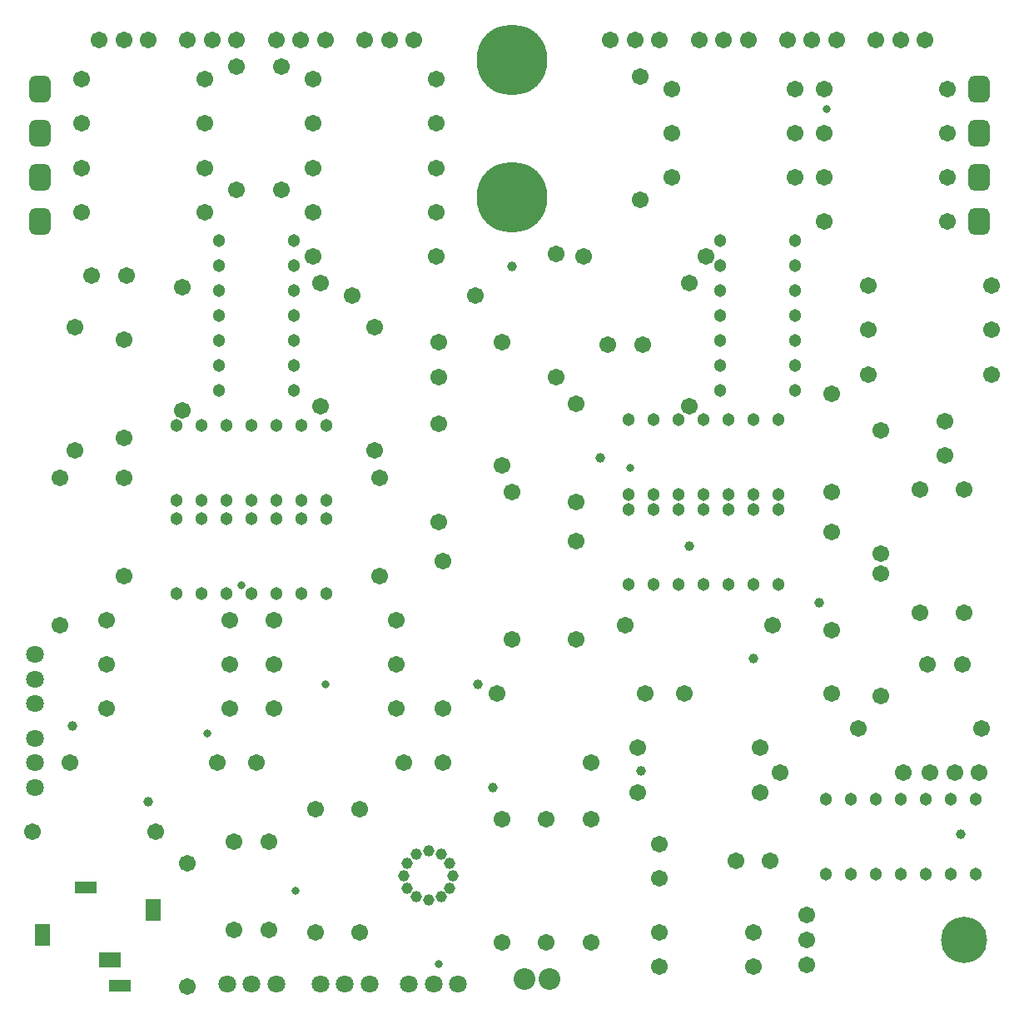
<source format=gts>
G04 Layer_Color=8388736*
%FSLAX25Y25*%
%MOIN*%
G70*
G01*
G75*
%ADD29C,0.06706*%
%ADD30C,0.05131*%
%ADD31C,0.04540*%
%ADD32C,0.28359*%
%ADD33C,0.18516*%
%ADD34C,0.07099*%
%ADD35C,0.08674*%
G04:AMPARAMS|DCode=36|XSize=86.74mil|YSize=106.42mil|CornerRadius=23.68mil|HoleSize=0mil|Usage=FLASHONLY|Rotation=0.000|XOffset=0mil|YOffset=0mil|HoleType=Round|Shape=RoundedRectangle|*
%AMROUNDEDRECTD36*
21,1,0.08674,0.05905,0,0,0.0*
21,1,0.03937,0.10642,0,0,0.0*
1,1,0.04737,0.01968,-0.02953*
1,1,0.04737,-0.01968,-0.02953*
1,1,0.04737,-0.01968,0.02953*
1,1,0.04737,0.01968,0.02953*
%
%ADD36ROUNDEDRECTD36*%
%ADD37R,0.05918X0.08674*%
%ADD38R,0.08674X0.04737*%
%ADD39R,0.08674X0.05918*%
%ADD40C,0.03162*%
%ADD41C,0.03950*%
D29*
X296260Y100394D02*
D03*
X247047D02*
D03*
X370079Y231299D02*
D03*
Y217520D02*
D03*
X384842Y108268D02*
D03*
X335630D02*
D03*
X377953Y203740D02*
D03*
Y154528D02*
D03*
X167323Y230315D02*
D03*
Y190945D02*
D03*
X222441Y238189D02*
D03*
Y198819D02*
D03*
X196850Y202756D02*
D03*
Y143701D02*
D03*
X143701Y208661D02*
D03*
Y169291D02*
D03*
X182087Y281496D02*
D03*
X132874D02*
D03*
X120079Y237205D02*
D03*
Y286417D02*
D03*
X293307Y26575D02*
D03*
Y12795D02*
D03*
X85630Y62992D02*
D03*
X99410D02*
D03*
X300197Y55118D02*
D03*
X286417D02*
D03*
X255906Y12795D02*
D03*
Y26575D02*
D03*
X376969Y133858D02*
D03*
X363189D02*
D03*
X85630Y27559D02*
D03*
X99410D02*
D03*
X255906Y62008D02*
D03*
Y48228D02*
D03*
X28543Y289370D02*
D03*
X42323D02*
D03*
X15748Y149606D02*
D03*
Y208661D02*
D03*
X41339Y224410D02*
D03*
Y263779D02*
D03*
X19685Y94488D02*
D03*
X78740D02*
D03*
X41339Y169291D02*
D03*
Y208661D02*
D03*
X169291Y175197D02*
D03*
Y116142D02*
D03*
X167323Y262795D02*
D03*
Y249016D02*
D03*
X94488Y94488D02*
D03*
X153543D02*
D03*
X242126Y149606D02*
D03*
X301181D02*
D03*
X235236Y261811D02*
D03*
X249016D02*
D03*
X265748Y122047D02*
D03*
X324803D02*
D03*
X222441Y143701D02*
D03*
Y183071D02*
D03*
X324803Y202756D02*
D03*
Y242126D02*
D03*
X228346Y94488D02*
D03*
X169291D02*
D03*
X190945Y122047D02*
D03*
X250000D02*
D03*
X324803Y147638D02*
D03*
Y187008D02*
D03*
X314961Y13622D02*
D03*
Y23622D02*
D03*
Y33622D02*
D03*
X247047Y82677D02*
D03*
X296260D02*
D03*
X135827Y26575D02*
D03*
Y75787D02*
D03*
X210630Y71850D02*
D03*
Y22638D02*
D03*
X4921Y66929D02*
D03*
X54134D02*
D03*
X192913Y22638D02*
D03*
Y71850D02*
D03*
X118110Y75787D02*
D03*
Y26575D02*
D03*
X353346Y90551D02*
D03*
X304134D02*
D03*
X66929Y4921D02*
D03*
Y54134D02*
D03*
X64961Y284842D02*
D03*
Y235630D02*
D03*
X73819Y350394D02*
D03*
X24606D02*
D03*
X83661Y151575D02*
D03*
X34449D02*
D03*
X117126Y368110D02*
D03*
X166339D02*
D03*
X21654Y268701D02*
D03*
Y219488D02*
D03*
X83661Y133858D02*
D03*
X34449D02*
D03*
Y116142D02*
D03*
X83661D02*
D03*
X73819Y368110D02*
D03*
X24606D02*
D03*
X24606Y314961D02*
D03*
X73819D02*
D03*
X117126Y350394D02*
D03*
X166339D02*
D03*
X24606Y332677D02*
D03*
X73819D02*
D03*
X86614Y323819D02*
D03*
Y373031D02*
D03*
X117126Y332677D02*
D03*
X166339D02*
D03*
X141732Y219488D02*
D03*
Y268701D02*
D03*
X150591Y116142D02*
D03*
X101378D02*
D03*
X150591Y133858D02*
D03*
X101378D02*
D03*
X150591Y151575D02*
D03*
X101378D02*
D03*
X104331Y323819D02*
D03*
Y373031D02*
D03*
X117126Y314961D02*
D03*
X166339D02*
D03*
Y297244D02*
D03*
X117126D02*
D03*
X267717Y237205D02*
D03*
Y286417D02*
D03*
X321850Y364173D02*
D03*
X371063D02*
D03*
X248031Y319882D02*
D03*
Y369094D02*
D03*
X344488Y227362D02*
D03*
Y178150D02*
D03*
X192913Y262795D02*
D03*
Y213583D02*
D03*
X344488Y170276D02*
D03*
Y121063D02*
D03*
X321850Y346457D02*
D03*
X371063D02*
D03*
X214567Y249016D02*
D03*
Y298228D02*
D03*
X310039Y328740D02*
D03*
X260827D02*
D03*
X274606Y297244D02*
D03*
X225394D02*
D03*
X339567Y250000D02*
D03*
X388779D02*
D03*
X321850Y328740D02*
D03*
X371063D02*
D03*
X310039Y346457D02*
D03*
X260827D02*
D03*
X360236Y203740D02*
D03*
Y154528D02*
D03*
X228346Y22638D02*
D03*
Y71850D02*
D03*
X321850Y311024D02*
D03*
X371063D02*
D03*
X388779Y267717D02*
D03*
X339567D02*
D03*
X310039Y364173D02*
D03*
X260827D02*
D03*
X388779Y285433D02*
D03*
X339567D02*
D03*
X374016Y90551D02*
D03*
X383858D02*
D03*
X364173D02*
D03*
X51181Y383858D02*
D03*
X31496D02*
D03*
X41339D02*
D03*
X86614D02*
D03*
X66929D02*
D03*
X76772D02*
D03*
X122047D02*
D03*
X102362D02*
D03*
X112205D02*
D03*
X157480D02*
D03*
X137795D02*
D03*
X147638D02*
D03*
X255906D02*
D03*
X236221D02*
D03*
X246063D02*
D03*
X291339D02*
D03*
X271654D02*
D03*
X281496D02*
D03*
X326772D02*
D03*
X307087D02*
D03*
X316929D02*
D03*
X362205D02*
D03*
X342520D02*
D03*
X352362D02*
D03*
D30*
X243622Y195709D02*
D03*
X253622D02*
D03*
X263622D02*
D03*
X273622D02*
D03*
X283622D02*
D03*
X293622D02*
D03*
X303622D02*
D03*
Y165709D02*
D03*
X293622D02*
D03*
X283622D02*
D03*
X273622D02*
D03*
X263622D02*
D03*
X253622D02*
D03*
X243622D02*
D03*
X310276Y303622D02*
D03*
Y293622D02*
D03*
Y283622D02*
D03*
Y273622D02*
D03*
Y263622D02*
D03*
Y253622D02*
D03*
Y243622D02*
D03*
X280276D02*
D03*
Y253622D02*
D03*
Y263622D02*
D03*
Y273622D02*
D03*
Y283622D02*
D03*
Y293622D02*
D03*
Y303622D02*
D03*
X243622Y231929D02*
D03*
X253622D02*
D03*
X263622D02*
D03*
X273622D02*
D03*
X283622D02*
D03*
X293622D02*
D03*
X303622D02*
D03*
Y201929D02*
D03*
X293622D02*
D03*
X283622D02*
D03*
X273622D02*
D03*
X263622D02*
D03*
X253622D02*
D03*
X243622D02*
D03*
X62520Y192165D02*
D03*
X72520D02*
D03*
X82520D02*
D03*
X92520D02*
D03*
X102520D02*
D03*
X112520D02*
D03*
X122520D02*
D03*
Y162165D02*
D03*
X112520D02*
D03*
X102520D02*
D03*
X92520D02*
D03*
X82520D02*
D03*
X72520D02*
D03*
X62520D02*
D03*
X109488Y303622D02*
D03*
Y293622D02*
D03*
Y283622D02*
D03*
Y273622D02*
D03*
Y263622D02*
D03*
Y253622D02*
D03*
Y243622D02*
D03*
X79488D02*
D03*
Y253622D02*
D03*
Y263622D02*
D03*
Y273622D02*
D03*
Y283622D02*
D03*
Y293622D02*
D03*
Y303622D02*
D03*
X62520Y229567D02*
D03*
X72520D02*
D03*
X82520D02*
D03*
X92520D02*
D03*
X102520D02*
D03*
X112520D02*
D03*
X122520D02*
D03*
Y199567D02*
D03*
X112520D02*
D03*
X102520D02*
D03*
X92520D02*
D03*
X82520D02*
D03*
X72520D02*
D03*
X62520D02*
D03*
X322362Y79961D02*
D03*
X332362D02*
D03*
X342362D02*
D03*
X352362D02*
D03*
X362362D02*
D03*
X372362D02*
D03*
X382362D02*
D03*
Y49961D02*
D03*
X372362D02*
D03*
X362362D02*
D03*
X352362D02*
D03*
X342362D02*
D03*
X332362D02*
D03*
X322362D02*
D03*
D31*
X158465Y40689D02*
D03*
X154862Y44291D02*
D03*
X153543Y49213D02*
D03*
X154862Y54134D02*
D03*
X158465Y57736D02*
D03*
X163386Y59055D02*
D03*
X168307Y57736D02*
D03*
X171910Y54134D02*
D03*
X173228Y49213D02*
D03*
X171910Y44291D02*
D03*
X168307Y40689D02*
D03*
X163386Y39370D02*
D03*
D32*
X196850Y375984D02*
D03*
Y320866D02*
D03*
D33*
X377953Y23622D02*
D03*
D34*
X82677Y5906D02*
D03*
X102362D02*
D03*
X92520D02*
D03*
X5906Y118110D02*
D03*
Y137795D02*
D03*
Y127953D02*
D03*
Y84646D02*
D03*
Y104331D02*
D03*
Y94488D02*
D03*
X175197Y5906D02*
D03*
X155512D02*
D03*
X165354D02*
D03*
X139764D02*
D03*
X120079D02*
D03*
X129921D02*
D03*
D35*
X201693Y7874D02*
D03*
X211693D02*
D03*
D36*
X7874Y311024D02*
D03*
Y328740D02*
D03*
Y346457D02*
D03*
Y364173D02*
D03*
X383858D02*
D03*
Y346457D02*
D03*
Y328740D02*
D03*
Y311024D02*
D03*
D37*
X8661Y25591D02*
D03*
X53150Y35433D02*
D03*
D38*
X25984Y44488D02*
D03*
X39764Y5118D02*
D03*
D39*
X35827Y15354D02*
D03*
D40*
X122047Y125984D02*
D03*
X74803Y106299D02*
D03*
X244094Y212598D02*
D03*
X322835Y356299D02*
D03*
X110236Y43307D02*
D03*
X88583Y165354D02*
D03*
X167323Y13780D02*
D03*
D41*
X188976Y84646D02*
D03*
X196850Y293307D02*
D03*
X376496Y65984D02*
D03*
X267717Y181102D02*
D03*
X183071Y125984D02*
D03*
X20669Y109252D02*
D03*
X51181Y78740D02*
D03*
X248524Y91043D02*
D03*
X293622Y136142D02*
D03*
X232283Y216535D02*
D03*
X319882Y158465D02*
D03*
M02*

</source>
